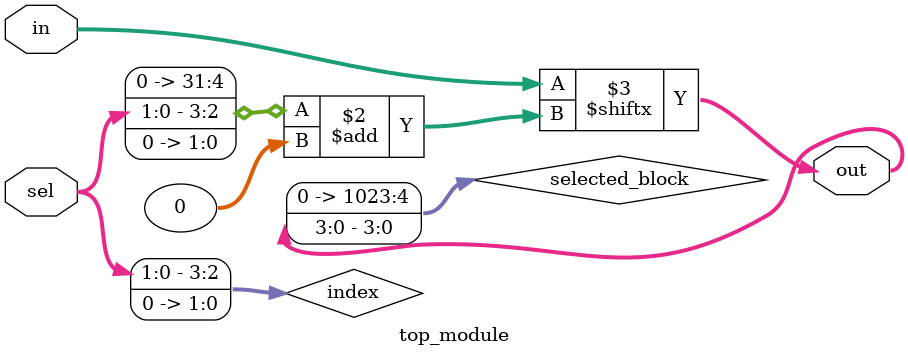
<source format=sv>
module top_module (
	input [1023:0] in,
	input [7:0] sel,
	output [3:0] out
);
	// Define internal wires and variables
	wire [3:0] index;
	wire [1023:0] selected_block;
	
	// Calculate the starting index of the selected block
	assign index = sel << 2;
	
	// Extract the selected block from the input vector
	assign selected_block = in[index +: 4];
	
	// Assign the selected block to the output vector
	assign out = selected_block;
endmodule

</source>
